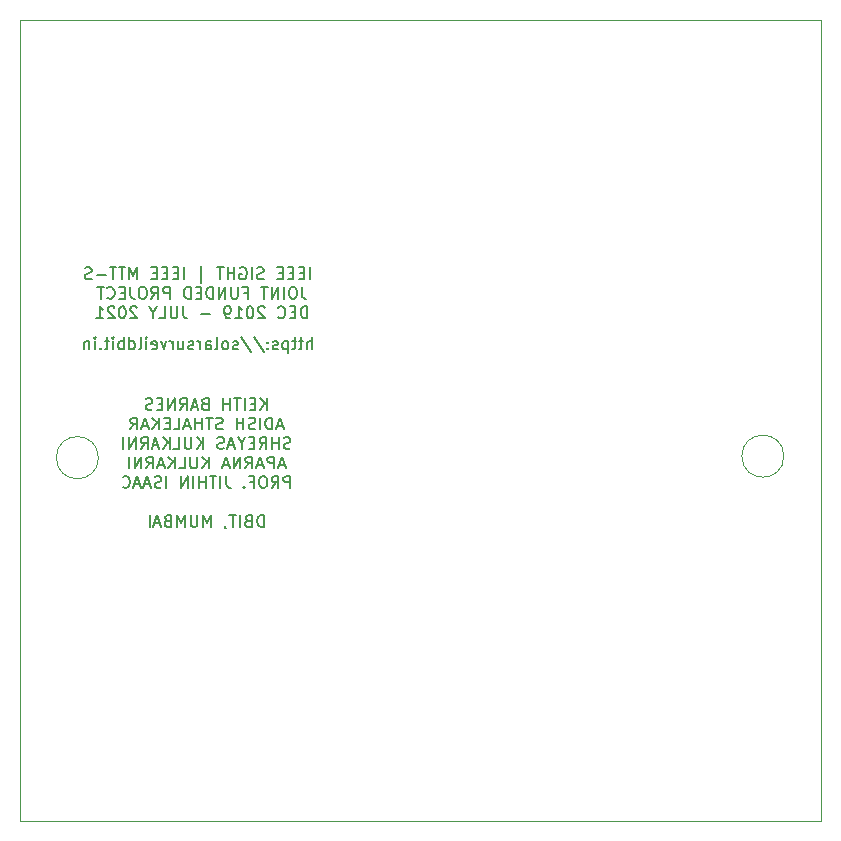
<source format=gbr>
%TF.GenerationSoftware,KiCad,Pcbnew,(5.1.8)-1*%
%TF.CreationDate,2021-07-11T12:48:12+05:30*%
%TF.ProjectId,AC_RMS_ESP32_ATM90E26,41435f52-4d53-45f4-9553-5033325f4154,V2*%
%TF.SameCoordinates,Original*%
%TF.FileFunction,Legend,Bot*%
%TF.FilePolarity,Positive*%
%FSLAX46Y46*%
G04 Gerber Fmt 4.6, Leading zero omitted, Abs format (unit mm)*
G04 Created by KiCad (PCBNEW (5.1.8)-1) date 2021-07-11 12:48:12*
%MOMM*%
%LPD*%
G01*
G04 APERTURE LIST*
%ADD10C,0.150000*%
%TA.AperFunction,Profile*%
%ADD11C,0.050000*%
%TD*%
%ADD12O,1.700000X1.700000*%
%ADD13R,1.700000X1.700000*%
%ADD14C,0.550000*%
%ADD15O,1.500000X2.000000*%
%ADD16C,2.000000*%
%ADD17C,1.500000*%
G04 APERTURE END LIST*
D10*
X90869447Y-99078500D02*
X90869447Y-98078500D01*
X90298019Y-99078500D02*
X90726590Y-98507072D01*
X90298019Y-98078500D02*
X90869447Y-98649929D01*
X89869447Y-98554691D02*
X89536114Y-98554691D01*
X89393257Y-99078500D02*
X89869447Y-99078500D01*
X89869447Y-98078500D01*
X89393257Y-98078500D01*
X88964685Y-99078500D02*
X88964685Y-98078500D01*
X88631352Y-98078500D02*
X88059923Y-98078500D01*
X88345638Y-99078500D02*
X88345638Y-98078500D01*
X87726590Y-99078500D02*
X87726590Y-98078500D01*
X87726590Y-98554691D02*
X87155161Y-98554691D01*
X87155161Y-99078500D02*
X87155161Y-98078500D01*
X85583733Y-98554691D02*
X85440876Y-98602310D01*
X85393257Y-98649929D01*
X85345638Y-98745167D01*
X85345638Y-98888024D01*
X85393257Y-98983262D01*
X85440876Y-99030881D01*
X85536114Y-99078500D01*
X85917066Y-99078500D01*
X85917066Y-98078500D01*
X85583733Y-98078500D01*
X85488495Y-98126120D01*
X85440876Y-98173739D01*
X85393257Y-98268977D01*
X85393257Y-98364215D01*
X85440876Y-98459453D01*
X85488495Y-98507072D01*
X85583733Y-98554691D01*
X85917066Y-98554691D01*
X84964685Y-98792786D02*
X84488495Y-98792786D01*
X85059923Y-99078500D02*
X84726590Y-98078500D01*
X84393257Y-99078500D01*
X83488495Y-99078500D02*
X83821828Y-98602310D01*
X84059923Y-99078500D02*
X84059923Y-98078500D01*
X83678971Y-98078500D01*
X83583733Y-98126120D01*
X83536114Y-98173739D01*
X83488495Y-98268977D01*
X83488495Y-98411834D01*
X83536114Y-98507072D01*
X83583733Y-98554691D01*
X83678971Y-98602310D01*
X84059923Y-98602310D01*
X83059923Y-99078500D02*
X83059923Y-98078500D01*
X82488495Y-99078500D01*
X82488495Y-98078500D01*
X82012304Y-98554691D02*
X81678971Y-98554691D01*
X81536114Y-99078500D02*
X82012304Y-99078500D01*
X82012304Y-98078500D01*
X81536114Y-98078500D01*
X81155161Y-99030881D02*
X81012304Y-99078500D01*
X80774209Y-99078500D01*
X80678971Y-99030881D01*
X80631352Y-98983262D01*
X80583733Y-98888024D01*
X80583733Y-98792786D01*
X80631352Y-98697548D01*
X80678971Y-98649929D01*
X80774209Y-98602310D01*
X80964685Y-98554691D01*
X81059923Y-98507072D01*
X81107542Y-98459453D01*
X81155161Y-98364215D01*
X81155161Y-98268977D01*
X81107542Y-98173739D01*
X81059923Y-98126120D01*
X80964685Y-98078500D01*
X80726590Y-98078500D01*
X80583733Y-98126120D01*
X92202780Y-100442786D02*
X91726590Y-100442786D01*
X92298019Y-100728500D02*
X91964685Y-99728500D01*
X91631352Y-100728500D01*
X91298019Y-100728500D02*
X91298019Y-99728500D01*
X91059923Y-99728500D01*
X90917066Y-99776120D01*
X90821828Y-99871358D01*
X90774209Y-99966596D01*
X90726590Y-100157072D01*
X90726590Y-100299929D01*
X90774209Y-100490405D01*
X90821828Y-100585643D01*
X90917066Y-100680881D01*
X91059923Y-100728500D01*
X91298019Y-100728500D01*
X90298019Y-100728500D02*
X90298019Y-99728500D01*
X89869447Y-100680881D02*
X89726590Y-100728500D01*
X89488495Y-100728500D01*
X89393257Y-100680881D01*
X89345638Y-100633262D01*
X89298019Y-100538024D01*
X89298019Y-100442786D01*
X89345638Y-100347548D01*
X89393257Y-100299929D01*
X89488495Y-100252310D01*
X89678971Y-100204691D01*
X89774209Y-100157072D01*
X89821828Y-100109453D01*
X89869447Y-100014215D01*
X89869447Y-99918977D01*
X89821828Y-99823739D01*
X89774209Y-99776120D01*
X89678971Y-99728500D01*
X89440876Y-99728500D01*
X89298019Y-99776120D01*
X88869447Y-100728500D02*
X88869447Y-99728500D01*
X88869447Y-100204691D02*
X88298019Y-100204691D01*
X88298019Y-100728500D02*
X88298019Y-99728500D01*
X87107542Y-100680881D02*
X86964685Y-100728500D01*
X86726590Y-100728500D01*
X86631352Y-100680881D01*
X86583733Y-100633262D01*
X86536114Y-100538024D01*
X86536114Y-100442786D01*
X86583733Y-100347548D01*
X86631352Y-100299929D01*
X86726590Y-100252310D01*
X86917066Y-100204691D01*
X87012304Y-100157072D01*
X87059923Y-100109453D01*
X87107542Y-100014215D01*
X87107542Y-99918977D01*
X87059923Y-99823739D01*
X87012304Y-99776120D01*
X86917066Y-99728500D01*
X86678971Y-99728500D01*
X86536114Y-99776120D01*
X86250400Y-99728500D02*
X85678971Y-99728500D01*
X85964685Y-100728500D02*
X85964685Y-99728500D01*
X85345638Y-100728500D02*
X85345638Y-99728500D01*
X85345638Y-100204691D02*
X84774209Y-100204691D01*
X84774209Y-100728500D02*
X84774209Y-99728500D01*
X84345638Y-100442786D02*
X83869447Y-100442786D01*
X84440876Y-100728500D02*
X84107542Y-99728500D01*
X83774209Y-100728500D01*
X82964685Y-100728500D02*
X83440876Y-100728500D01*
X83440876Y-99728500D01*
X82631352Y-100204691D02*
X82298019Y-100204691D01*
X82155161Y-100728500D02*
X82631352Y-100728500D01*
X82631352Y-99728500D01*
X82155161Y-99728500D01*
X81726590Y-100728500D02*
X81726590Y-99728500D01*
X81155161Y-100728500D02*
X81583733Y-100157072D01*
X81155161Y-99728500D02*
X81726590Y-100299929D01*
X80774209Y-100442786D02*
X80298019Y-100442786D01*
X80869447Y-100728500D02*
X80536114Y-99728500D01*
X80202780Y-100728500D01*
X79298019Y-100728500D02*
X79631352Y-100252310D01*
X79869447Y-100728500D02*
X79869447Y-99728500D01*
X79488495Y-99728500D01*
X79393257Y-99776120D01*
X79345638Y-99823739D01*
X79298019Y-99918977D01*
X79298019Y-100061834D01*
X79345638Y-100157072D01*
X79393257Y-100204691D01*
X79488495Y-100252310D01*
X79869447Y-100252310D01*
X92845638Y-102330881D02*
X92702780Y-102378500D01*
X92464685Y-102378500D01*
X92369447Y-102330881D01*
X92321828Y-102283262D01*
X92274209Y-102188024D01*
X92274209Y-102092786D01*
X92321828Y-101997548D01*
X92369447Y-101949929D01*
X92464685Y-101902310D01*
X92655161Y-101854691D01*
X92750400Y-101807072D01*
X92798019Y-101759453D01*
X92845638Y-101664215D01*
X92845638Y-101568977D01*
X92798019Y-101473739D01*
X92750400Y-101426120D01*
X92655161Y-101378500D01*
X92417066Y-101378500D01*
X92274209Y-101426120D01*
X91845638Y-102378500D02*
X91845638Y-101378500D01*
X91845638Y-101854691D02*
X91274209Y-101854691D01*
X91274209Y-102378500D02*
X91274209Y-101378500D01*
X90226590Y-102378500D02*
X90559923Y-101902310D01*
X90798019Y-102378500D02*
X90798019Y-101378500D01*
X90417066Y-101378500D01*
X90321828Y-101426120D01*
X90274209Y-101473739D01*
X90226590Y-101568977D01*
X90226590Y-101711834D01*
X90274209Y-101807072D01*
X90321828Y-101854691D01*
X90417066Y-101902310D01*
X90798019Y-101902310D01*
X89798019Y-101854691D02*
X89464685Y-101854691D01*
X89321828Y-102378500D02*
X89798019Y-102378500D01*
X89798019Y-101378500D01*
X89321828Y-101378500D01*
X88702780Y-101902310D02*
X88702780Y-102378500D01*
X89036114Y-101378500D02*
X88702780Y-101902310D01*
X88369447Y-101378500D01*
X88083733Y-102092786D02*
X87607542Y-102092786D01*
X88178971Y-102378500D02*
X87845638Y-101378500D01*
X87512304Y-102378500D01*
X87226590Y-102330881D02*
X87083733Y-102378500D01*
X86845638Y-102378500D01*
X86750400Y-102330881D01*
X86702780Y-102283262D01*
X86655161Y-102188024D01*
X86655161Y-102092786D01*
X86702780Y-101997548D01*
X86750400Y-101949929D01*
X86845638Y-101902310D01*
X87036114Y-101854691D01*
X87131352Y-101807072D01*
X87178971Y-101759453D01*
X87226590Y-101664215D01*
X87226590Y-101568977D01*
X87178971Y-101473739D01*
X87131352Y-101426120D01*
X87036114Y-101378500D01*
X86798019Y-101378500D01*
X86655161Y-101426120D01*
X85464685Y-102378500D02*
X85464685Y-101378500D01*
X84893257Y-102378500D02*
X85321828Y-101807072D01*
X84893257Y-101378500D02*
X85464685Y-101949929D01*
X84464685Y-101378500D02*
X84464685Y-102188024D01*
X84417066Y-102283262D01*
X84369447Y-102330881D01*
X84274209Y-102378500D01*
X84083733Y-102378500D01*
X83988495Y-102330881D01*
X83940876Y-102283262D01*
X83893257Y-102188024D01*
X83893257Y-101378500D01*
X82940876Y-102378500D02*
X83417066Y-102378500D01*
X83417066Y-101378500D01*
X82607542Y-102378500D02*
X82607542Y-101378500D01*
X82036114Y-102378500D02*
X82464685Y-101807072D01*
X82036114Y-101378500D02*
X82607542Y-101949929D01*
X81655161Y-102092786D02*
X81178971Y-102092786D01*
X81750400Y-102378500D02*
X81417066Y-101378500D01*
X81083733Y-102378500D01*
X80178971Y-102378500D02*
X80512304Y-101902310D01*
X80750400Y-102378500D02*
X80750400Y-101378500D01*
X80369447Y-101378500D01*
X80274209Y-101426120D01*
X80226590Y-101473739D01*
X80178971Y-101568977D01*
X80178971Y-101711834D01*
X80226590Y-101807072D01*
X80274209Y-101854691D01*
X80369447Y-101902310D01*
X80750400Y-101902310D01*
X79750400Y-102378500D02*
X79750400Y-101378500D01*
X79178971Y-102378500D01*
X79178971Y-101378500D01*
X78702780Y-102378500D02*
X78702780Y-101378500D01*
X92369447Y-103742786D02*
X91893257Y-103742786D01*
X92464685Y-104028500D02*
X92131352Y-103028500D01*
X91798019Y-104028500D01*
X91464685Y-104028500D02*
X91464685Y-103028500D01*
X91083733Y-103028500D01*
X90988495Y-103076120D01*
X90940876Y-103123739D01*
X90893257Y-103218977D01*
X90893257Y-103361834D01*
X90940876Y-103457072D01*
X90988495Y-103504691D01*
X91083733Y-103552310D01*
X91464685Y-103552310D01*
X90512304Y-103742786D02*
X90036114Y-103742786D01*
X90607542Y-104028500D02*
X90274209Y-103028500D01*
X89940876Y-104028500D01*
X89036114Y-104028500D02*
X89369447Y-103552310D01*
X89607542Y-104028500D02*
X89607542Y-103028500D01*
X89226590Y-103028500D01*
X89131352Y-103076120D01*
X89083733Y-103123739D01*
X89036114Y-103218977D01*
X89036114Y-103361834D01*
X89083733Y-103457072D01*
X89131352Y-103504691D01*
X89226590Y-103552310D01*
X89607542Y-103552310D01*
X88607542Y-104028500D02*
X88607542Y-103028500D01*
X88036114Y-104028500D01*
X88036114Y-103028500D01*
X87607542Y-103742786D02*
X87131352Y-103742786D01*
X87702780Y-104028500D02*
X87369447Y-103028500D01*
X87036114Y-104028500D01*
X85940876Y-104028500D02*
X85940876Y-103028500D01*
X85369447Y-104028500D02*
X85798019Y-103457072D01*
X85369447Y-103028500D02*
X85940876Y-103599929D01*
X84940876Y-103028500D02*
X84940876Y-103838024D01*
X84893257Y-103933262D01*
X84845638Y-103980881D01*
X84750400Y-104028500D01*
X84559923Y-104028500D01*
X84464685Y-103980881D01*
X84417066Y-103933262D01*
X84369447Y-103838024D01*
X84369447Y-103028500D01*
X83417066Y-104028500D02*
X83893257Y-104028500D01*
X83893257Y-103028500D01*
X83083733Y-104028500D02*
X83083733Y-103028500D01*
X82512304Y-104028500D02*
X82940876Y-103457072D01*
X82512304Y-103028500D02*
X83083733Y-103599929D01*
X82131352Y-103742786D02*
X81655161Y-103742786D01*
X82226590Y-104028500D02*
X81893257Y-103028500D01*
X81559923Y-104028500D01*
X80655161Y-104028500D02*
X80988495Y-103552310D01*
X81226590Y-104028500D02*
X81226590Y-103028500D01*
X80845638Y-103028500D01*
X80750400Y-103076120D01*
X80702780Y-103123739D01*
X80655161Y-103218977D01*
X80655161Y-103361834D01*
X80702780Y-103457072D01*
X80750400Y-103504691D01*
X80845638Y-103552310D01*
X81226590Y-103552310D01*
X80226590Y-104028500D02*
X80226590Y-103028500D01*
X79655161Y-104028500D01*
X79655161Y-103028500D01*
X79178971Y-104028500D02*
X79178971Y-103028500D01*
X92821828Y-105678500D02*
X92821828Y-104678500D01*
X92440876Y-104678500D01*
X92345638Y-104726120D01*
X92298019Y-104773739D01*
X92250400Y-104868977D01*
X92250400Y-105011834D01*
X92298019Y-105107072D01*
X92345638Y-105154691D01*
X92440876Y-105202310D01*
X92821828Y-105202310D01*
X91250400Y-105678500D02*
X91583733Y-105202310D01*
X91821828Y-105678500D02*
X91821828Y-104678500D01*
X91440876Y-104678500D01*
X91345638Y-104726120D01*
X91298019Y-104773739D01*
X91250400Y-104868977D01*
X91250400Y-105011834D01*
X91298019Y-105107072D01*
X91345638Y-105154691D01*
X91440876Y-105202310D01*
X91821828Y-105202310D01*
X90631352Y-104678500D02*
X90440876Y-104678500D01*
X90345638Y-104726120D01*
X90250400Y-104821358D01*
X90202780Y-105011834D01*
X90202780Y-105345167D01*
X90250400Y-105535643D01*
X90345638Y-105630881D01*
X90440876Y-105678500D01*
X90631352Y-105678500D01*
X90726590Y-105630881D01*
X90821828Y-105535643D01*
X90869447Y-105345167D01*
X90869447Y-105011834D01*
X90821828Y-104821358D01*
X90726590Y-104726120D01*
X90631352Y-104678500D01*
X89440876Y-105154691D02*
X89774209Y-105154691D01*
X89774209Y-105678500D02*
X89774209Y-104678500D01*
X89298019Y-104678500D01*
X88917066Y-105583262D02*
X88869447Y-105630881D01*
X88917066Y-105678500D01*
X88964685Y-105630881D01*
X88917066Y-105583262D01*
X88917066Y-105678500D01*
X87393257Y-104678500D02*
X87393257Y-105392786D01*
X87440876Y-105535643D01*
X87536114Y-105630881D01*
X87678971Y-105678500D01*
X87774209Y-105678500D01*
X86917066Y-105678500D02*
X86917066Y-104678500D01*
X86583733Y-104678500D02*
X86012304Y-104678500D01*
X86298019Y-105678500D02*
X86298019Y-104678500D01*
X85678971Y-105678500D02*
X85678971Y-104678500D01*
X85678971Y-105154691D02*
X85107542Y-105154691D01*
X85107542Y-105678500D02*
X85107542Y-104678500D01*
X84631352Y-105678500D02*
X84631352Y-104678500D01*
X84155161Y-105678500D02*
X84155161Y-104678500D01*
X83583733Y-105678500D01*
X83583733Y-104678500D01*
X82345638Y-105678500D02*
X82345638Y-104678500D01*
X81917066Y-105630881D02*
X81774209Y-105678500D01*
X81536114Y-105678500D01*
X81440876Y-105630881D01*
X81393257Y-105583262D01*
X81345638Y-105488024D01*
X81345638Y-105392786D01*
X81393257Y-105297548D01*
X81440876Y-105249929D01*
X81536114Y-105202310D01*
X81726590Y-105154691D01*
X81821828Y-105107072D01*
X81869447Y-105059453D01*
X81917066Y-104964215D01*
X81917066Y-104868977D01*
X81869447Y-104773739D01*
X81821828Y-104726120D01*
X81726590Y-104678500D01*
X81488495Y-104678500D01*
X81345638Y-104726120D01*
X80964685Y-105392786D02*
X80488495Y-105392786D01*
X81059923Y-105678500D02*
X80726590Y-104678500D01*
X80393257Y-105678500D01*
X80107542Y-105392786D02*
X79631352Y-105392786D01*
X80202780Y-105678500D02*
X79869447Y-104678500D01*
X79536114Y-105678500D01*
X78631352Y-105583262D02*
X78678971Y-105630881D01*
X78821828Y-105678500D01*
X78917066Y-105678500D01*
X79059923Y-105630881D01*
X79155161Y-105535643D01*
X79202780Y-105440405D01*
X79250400Y-105249929D01*
X79250400Y-105107072D01*
X79202780Y-104916596D01*
X79155161Y-104821358D01*
X79059923Y-104726120D01*
X78917066Y-104678500D01*
X78821828Y-104678500D01*
X78678971Y-104726120D01*
X78631352Y-104773739D01*
X90583733Y-108978500D02*
X90583733Y-107978500D01*
X90345638Y-107978500D01*
X90202780Y-108026120D01*
X90107542Y-108121358D01*
X90059923Y-108216596D01*
X90012304Y-108407072D01*
X90012304Y-108549929D01*
X90059923Y-108740405D01*
X90107542Y-108835643D01*
X90202780Y-108930881D01*
X90345638Y-108978500D01*
X90583733Y-108978500D01*
X89250400Y-108454691D02*
X89107542Y-108502310D01*
X89059923Y-108549929D01*
X89012304Y-108645167D01*
X89012304Y-108788024D01*
X89059923Y-108883262D01*
X89107542Y-108930881D01*
X89202780Y-108978500D01*
X89583733Y-108978500D01*
X89583733Y-107978500D01*
X89250400Y-107978500D01*
X89155161Y-108026120D01*
X89107542Y-108073739D01*
X89059923Y-108168977D01*
X89059923Y-108264215D01*
X89107542Y-108359453D01*
X89155161Y-108407072D01*
X89250400Y-108454691D01*
X89583733Y-108454691D01*
X88583733Y-108978500D02*
X88583733Y-107978500D01*
X88250400Y-107978500D02*
X87678971Y-107978500D01*
X87964685Y-108978500D02*
X87964685Y-107978500D01*
X87298019Y-108930881D02*
X87298019Y-108978500D01*
X87345638Y-109073739D01*
X87393257Y-109121358D01*
X86107542Y-108978500D02*
X86107542Y-107978500D01*
X85774209Y-108692786D01*
X85440876Y-107978500D01*
X85440876Y-108978500D01*
X84964685Y-107978500D02*
X84964685Y-108788024D01*
X84917066Y-108883262D01*
X84869447Y-108930881D01*
X84774209Y-108978500D01*
X84583733Y-108978500D01*
X84488495Y-108930881D01*
X84440876Y-108883262D01*
X84393257Y-108788024D01*
X84393257Y-107978500D01*
X83917066Y-108978500D02*
X83917066Y-107978500D01*
X83583733Y-108692786D01*
X83250400Y-107978500D01*
X83250400Y-108978500D01*
X82440876Y-108454691D02*
X82298019Y-108502310D01*
X82250400Y-108549929D01*
X82202780Y-108645167D01*
X82202780Y-108788024D01*
X82250400Y-108883262D01*
X82298019Y-108930881D01*
X82393257Y-108978500D01*
X82774209Y-108978500D01*
X82774209Y-107978500D01*
X82440876Y-107978500D01*
X82345638Y-108026120D01*
X82298019Y-108073739D01*
X82250400Y-108168977D01*
X82250400Y-108264215D01*
X82298019Y-108359453D01*
X82345638Y-108407072D01*
X82440876Y-108454691D01*
X82774209Y-108454691D01*
X81821828Y-108692786D02*
X81345638Y-108692786D01*
X81917066Y-108978500D02*
X81583733Y-107978500D01*
X81250400Y-108978500D01*
X80917066Y-108978500D02*
X80917066Y-107978500D01*
X94682057Y-93949780D02*
X94682057Y-92949780D01*
X94253485Y-93949780D02*
X94253485Y-93425971D01*
X94301104Y-93330733D01*
X94396342Y-93283114D01*
X94539200Y-93283114D01*
X94634438Y-93330733D01*
X94682057Y-93378352D01*
X93920152Y-93283114D02*
X93539200Y-93283114D01*
X93777295Y-92949780D02*
X93777295Y-93806923D01*
X93729676Y-93902161D01*
X93634438Y-93949780D01*
X93539200Y-93949780D01*
X93348723Y-93283114D02*
X92967771Y-93283114D01*
X93205866Y-92949780D02*
X93205866Y-93806923D01*
X93158247Y-93902161D01*
X93063009Y-93949780D01*
X92967771Y-93949780D01*
X92634438Y-93283114D02*
X92634438Y-94283114D01*
X92634438Y-93330733D02*
X92539200Y-93283114D01*
X92348723Y-93283114D01*
X92253485Y-93330733D01*
X92205866Y-93378352D01*
X92158247Y-93473590D01*
X92158247Y-93759304D01*
X92205866Y-93854542D01*
X92253485Y-93902161D01*
X92348723Y-93949780D01*
X92539200Y-93949780D01*
X92634438Y-93902161D01*
X91777295Y-93902161D02*
X91682057Y-93949780D01*
X91491580Y-93949780D01*
X91396342Y-93902161D01*
X91348723Y-93806923D01*
X91348723Y-93759304D01*
X91396342Y-93664066D01*
X91491580Y-93616447D01*
X91634438Y-93616447D01*
X91729676Y-93568828D01*
X91777295Y-93473590D01*
X91777295Y-93425971D01*
X91729676Y-93330733D01*
X91634438Y-93283114D01*
X91491580Y-93283114D01*
X91396342Y-93330733D01*
X90920152Y-93854542D02*
X90872533Y-93902161D01*
X90920152Y-93949780D01*
X90967771Y-93902161D01*
X90920152Y-93854542D01*
X90920152Y-93949780D01*
X90920152Y-93330733D02*
X90872533Y-93378352D01*
X90920152Y-93425971D01*
X90967771Y-93378352D01*
X90920152Y-93330733D01*
X90920152Y-93425971D01*
X89729676Y-92902161D02*
X90586819Y-94187876D01*
X88682057Y-92902161D02*
X89539200Y-94187876D01*
X88396342Y-93902161D02*
X88301104Y-93949780D01*
X88110628Y-93949780D01*
X88015390Y-93902161D01*
X87967771Y-93806923D01*
X87967771Y-93759304D01*
X88015390Y-93664066D01*
X88110628Y-93616447D01*
X88253485Y-93616447D01*
X88348723Y-93568828D01*
X88396342Y-93473590D01*
X88396342Y-93425971D01*
X88348723Y-93330733D01*
X88253485Y-93283114D01*
X88110628Y-93283114D01*
X88015390Y-93330733D01*
X87396342Y-93949780D02*
X87491580Y-93902161D01*
X87539200Y-93854542D01*
X87586819Y-93759304D01*
X87586819Y-93473590D01*
X87539200Y-93378352D01*
X87491580Y-93330733D01*
X87396342Y-93283114D01*
X87253485Y-93283114D01*
X87158247Y-93330733D01*
X87110628Y-93378352D01*
X87063009Y-93473590D01*
X87063009Y-93759304D01*
X87110628Y-93854542D01*
X87158247Y-93902161D01*
X87253485Y-93949780D01*
X87396342Y-93949780D01*
X86491580Y-93949780D02*
X86586819Y-93902161D01*
X86634438Y-93806923D01*
X86634438Y-92949780D01*
X85682057Y-93949780D02*
X85682057Y-93425971D01*
X85729676Y-93330733D01*
X85824914Y-93283114D01*
X86015390Y-93283114D01*
X86110628Y-93330733D01*
X85682057Y-93902161D02*
X85777295Y-93949780D01*
X86015390Y-93949780D01*
X86110628Y-93902161D01*
X86158247Y-93806923D01*
X86158247Y-93711685D01*
X86110628Y-93616447D01*
X86015390Y-93568828D01*
X85777295Y-93568828D01*
X85682057Y-93521209D01*
X85205866Y-93949780D02*
X85205866Y-93283114D01*
X85205866Y-93473590D02*
X85158247Y-93378352D01*
X85110628Y-93330733D01*
X85015390Y-93283114D01*
X84920152Y-93283114D01*
X84634438Y-93902161D02*
X84539200Y-93949780D01*
X84348723Y-93949780D01*
X84253485Y-93902161D01*
X84205866Y-93806923D01*
X84205866Y-93759304D01*
X84253485Y-93664066D01*
X84348723Y-93616447D01*
X84491580Y-93616447D01*
X84586819Y-93568828D01*
X84634438Y-93473590D01*
X84634438Y-93425971D01*
X84586819Y-93330733D01*
X84491580Y-93283114D01*
X84348723Y-93283114D01*
X84253485Y-93330733D01*
X83348723Y-93283114D02*
X83348723Y-93949780D01*
X83777295Y-93283114D02*
X83777295Y-93806923D01*
X83729676Y-93902161D01*
X83634438Y-93949780D01*
X83491580Y-93949780D01*
X83396342Y-93902161D01*
X83348723Y-93854542D01*
X82872533Y-93949780D02*
X82872533Y-93283114D01*
X82872533Y-93473590D02*
X82824914Y-93378352D01*
X82777295Y-93330733D01*
X82682057Y-93283114D01*
X82586819Y-93283114D01*
X82348723Y-93283114D02*
X82110628Y-93949780D01*
X81872533Y-93283114D01*
X81110628Y-93902161D02*
X81205866Y-93949780D01*
X81396342Y-93949780D01*
X81491580Y-93902161D01*
X81539200Y-93806923D01*
X81539200Y-93425971D01*
X81491580Y-93330733D01*
X81396342Y-93283114D01*
X81205866Y-93283114D01*
X81110628Y-93330733D01*
X81063009Y-93425971D01*
X81063009Y-93521209D01*
X81539200Y-93616447D01*
X80634438Y-93949780D02*
X80634438Y-93283114D01*
X80634438Y-92949780D02*
X80682057Y-92997400D01*
X80634438Y-93045019D01*
X80586819Y-92997400D01*
X80634438Y-92949780D01*
X80634438Y-93045019D01*
X80015390Y-93949780D02*
X80110628Y-93902161D01*
X80158247Y-93806923D01*
X80158247Y-92949780D01*
X79205866Y-93949780D02*
X79205866Y-92949780D01*
X79205866Y-93902161D02*
X79301104Y-93949780D01*
X79491580Y-93949780D01*
X79586819Y-93902161D01*
X79634438Y-93854542D01*
X79682057Y-93759304D01*
X79682057Y-93473590D01*
X79634438Y-93378352D01*
X79586819Y-93330733D01*
X79491580Y-93283114D01*
X79301104Y-93283114D01*
X79205866Y-93330733D01*
X78729676Y-93949780D02*
X78729676Y-92949780D01*
X78729676Y-93330733D02*
X78634438Y-93283114D01*
X78443961Y-93283114D01*
X78348723Y-93330733D01*
X78301104Y-93378352D01*
X78253485Y-93473590D01*
X78253485Y-93759304D01*
X78301104Y-93854542D01*
X78348723Y-93902161D01*
X78443961Y-93949780D01*
X78634438Y-93949780D01*
X78729676Y-93902161D01*
X77824914Y-93949780D02*
X77824914Y-93283114D01*
X77824914Y-92949780D02*
X77872533Y-92997400D01*
X77824914Y-93045019D01*
X77777295Y-92997400D01*
X77824914Y-92949780D01*
X77824914Y-93045019D01*
X77491580Y-93283114D02*
X77110628Y-93283114D01*
X77348723Y-92949780D02*
X77348723Y-93806923D01*
X77301104Y-93902161D01*
X77205866Y-93949780D01*
X77110628Y-93949780D01*
X76777295Y-93854542D02*
X76729676Y-93902161D01*
X76777295Y-93949780D01*
X76824914Y-93902161D01*
X76777295Y-93854542D01*
X76777295Y-93949780D01*
X76301104Y-93949780D02*
X76301104Y-93283114D01*
X76301104Y-92949780D02*
X76348723Y-92997400D01*
X76301104Y-93045019D01*
X76253485Y-92997400D01*
X76301104Y-92949780D01*
X76301104Y-93045019D01*
X75824914Y-93283114D02*
X75824914Y-93949780D01*
X75824914Y-93378352D02*
X75777295Y-93330733D01*
X75682057Y-93283114D01*
X75539200Y-93283114D01*
X75443961Y-93330733D01*
X75396342Y-93425971D01*
X75396342Y-93949780D01*
X94483367Y-88017340D02*
X94483367Y-87017340D01*
X94007177Y-87493531D02*
X93673843Y-87493531D01*
X93530986Y-88017340D02*
X94007177Y-88017340D01*
X94007177Y-87017340D01*
X93530986Y-87017340D01*
X93102415Y-87493531D02*
X92769081Y-87493531D01*
X92626224Y-88017340D02*
X93102415Y-88017340D01*
X93102415Y-87017340D01*
X92626224Y-87017340D01*
X92197653Y-87493531D02*
X91864320Y-87493531D01*
X91721462Y-88017340D02*
X92197653Y-88017340D01*
X92197653Y-87017340D01*
X91721462Y-87017340D01*
X90578605Y-87969721D02*
X90435748Y-88017340D01*
X90197653Y-88017340D01*
X90102415Y-87969721D01*
X90054796Y-87922102D01*
X90007177Y-87826864D01*
X90007177Y-87731626D01*
X90054796Y-87636388D01*
X90102415Y-87588769D01*
X90197653Y-87541150D01*
X90388129Y-87493531D01*
X90483367Y-87445912D01*
X90530986Y-87398293D01*
X90578605Y-87303055D01*
X90578605Y-87207817D01*
X90530986Y-87112579D01*
X90483367Y-87064960D01*
X90388129Y-87017340D01*
X90150034Y-87017340D01*
X90007177Y-87064960D01*
X89578605Y-88017340D02*
X89578605Y-87017340D01*
X88578605Y-87064960D02*
X88673843Y-87017340D01*
X88816700Y-87017340D01*
X88959558Y-87064960D01*
X89054796Y-87160198D01*
X89102415Y-87255436D01*
X89150034Y-87445912D01*
X89150034Y-87588769D01*
X89102415Y-87779245D01*
X89054796Y-87874483D01*
X88959558Y-87969721D01*
X88816700Y-88017340D01*
X88721462Y-88017340D01*
X88578605Y-87969721D01*
X88530986Y-87922102D01*
X88530986Y-87588769D01*
X88721462Y-87588769D01*
X88102415Y-88017340D02*
X88102415Y-87017340D01*
X88102415Y-87493531D02*
X87530986Y-87493531D01*
X87530986Y-88017340D02*
X87530986Y-87017340D01*
X87197653Y-87017340D02*
X86626224Y-87017340D01*
X86911939Y-88017340D02*
X86911939Y-87017340D01*
X85292891Y-88350674D02*
X85292891Y-86922102D01*
X83816700Y-88017340D02*
X83816700Y-87017340D01*
X83340510Y-87493531D02*
X83007177Y-87493531D01*
X82864320Y-88017340D02*
X83340510Y-88017340D01*
X83340510Y-87017340D01*
X82864320Y-87017340D01*
X82435748Y-87493531D02*
X82102415Y-87493531D01*
X81959558Y-88017340D02*
X82435748Y-88017340D01*
X82435748Y-87017340D01*
X81959558Y-87017340D01*
X81530986Y-87493531D02*
X81197653Y-87493531D01*
X81054796Y-88017340D02*
X81530986Y-88017340D01*
X81530986Y-87017340D01*
X81054796Y-87017340D01*
X79864320Y-88017340D02*
X79864320Y-87017340D01*
X79530986Y-87731626D01*
X79197653Y-87017340D01*
X79197653Y-88017340D01*
X78864320Y-87017340D02*
X78292891Y-87017340D01*
X78578605Y-88017340D02*
X78578605Y-87017340D01*
X78102415Y-87017340D02*
X77530986Y-87017340D01*
X77816700Y-88017340D02*
X77816700Y-87017340D01*
X77197653Y-87636388D02*
X76435748Y-87636388D01*
X76007177Y-87969721D02*
X75864320Y-88017340D01*
X75626224Y-88017340D01*
X75530986Y-87969721D01*
X75483367Y-87922102D01*
X75435748Y-87826864D01*
X75435748Y-87731626D01*
X75483367Y-87636388D01*
X75530986Y-87588769D01*
X75626224Y-87541150D01*
X75816700Y-87493531D01*
X75911939Y-87445912D01*
X75959558Y-87398293D01*
X76007177Y-87303055D01*
X76007177Y-87207817D01*
X75959558Y-87112579D01*
X75911939Y-87064960D01*
X75816700Y-87017340D01*
X75578605Y-87017340D01*
X75435748Y-87064960D01*
X93816700Y-88667340D02*
X93816700Y-89381626D01*
X93864320Y-89524483D01*
X93959558Y-89619721D01*
X94102415Y-89667340D01*
X94197653Y-89667340D01*
X93150034Y-88667340D02*
X92959558Y-88667340D01*
X92864320Y-88714960D01*
X92769081Y-88810198D01*
X92721462Y-89000674D01*
X92721462Y-89334007D01*
X92769081Y-89524483D01*
X92864320Y-89619721D01*
X92959558Y-89667340D01*
X93150034Y-89667340D01*
X93245272Y-89619721D01*
X93340510Y-89524483D01*
X93388129Y-89334007D01*
X93388129Y-89000674D01*
X93340510Y-88810198D01*
X93245272Y-88714960D01*
X93150034Y-88667340D01*
X92292891Y-89667340D02*
X92292891Y-88667340D01*
X91816700Y-89667340D02*
X91816700Y-88667340D01*
X91245272Y-89667340D01*
X91245272Y-88667340D01*
X90911939Y-88667340D02*
X90340510Y-88667340D01*
X90626224Y-89667340D02*
X90626224Y-88667340D01*
X88911939Y-89143531D02*
X89245272Y-89143531D01*
X89245272Y-89667340D02*
X89245272Y-88667340D01*
X88769081Y-88667340D01*
X88388129Y-88667340D02*
X88388129Y-89476864D01*
X88340510Y-89572102D01*
X88292891Y-89619721D01*
X88197653Y-89667340D01*
X88007177Y-89667340D01*
X87911939Y-89619721D01*
X87864320Y-89572102D01*
X87816700Y-89476864D01*
X87816700Y-88667340D01*
X87340510Y-89667340D02*
X87340510Y-88667340D01*
X86769081Y-89667340D01*
X86769081Y-88667340D01*
X86292891Y-89667340D02*
X86292891Y-88667340D01*
X86054796Y-88667340D01*
X85911939Y-88714960D01*
X85816700Y-88810198D01*
X85769081Y-88905436D01*
X85721462Y-89095912D01*
X85721462Y-89238769D01*
X85769081Y-89429245D01*
X85816700Y-89524483D01*
X85911939Y-89619721D01*
X86054796Y-89667340D01*
X86292891Y-89667340D01*
X85292891Y-89143531D02*
X84959558Y-89143531D01*
X84816700Y-89667340D02*
X85292891Y-89667340D01*
X85292891Y-88667340D01*
X84816700Y-88667340D01*
X84388129Y-89667340D02*
X84388129Y-88667340D01*
X84150034Y-88667340D01*
X84007177Y-88714960D01*
X83911939Y-88810198D01*
X83864320Y-88905436D01*
X83816700Y-89095912D01*
X83816700Y-89238769D01*
X83864320Y-89429245D01*
X83911939Y-89524483D01*
X84007177Y-89619721D01*
X84150034Y-89667340D01*
X84388129Y-89667340D01*
X82626224Y-89667340D02*
X82626224Y-88667340D01*
X82245272Y-88667340D01*
X82150034Y-88714960D01*
X82102415Y-88762579D01*
X82054796Y-88857817D01*
X82054796Y-89000674D01*
X82102415Y-89095912D01*
X82150034Y-89143531D01*
X82245272Y-89191150D01*
X82626224Y-89191150D01*
X81054796Y-89667340D02*
X81388129Y-89191150D01*
X81626224Y-89667340D02*
X81626224Y-88667340D01*
X81245272Y-88667340D01*
X81150034Y-88714960D01*
X81102415Y-88762579D01*
X81054796Y-88857817D01*
X81054796Y-89000674D01*
X81102415Y-89095912D01*
X81150034Y-89143531D01*
X81245272Y-89191150D01*
X81626224Y-89191150D01*
X80435748Y-88667340D02*
X80245272Y-88667340D01*
X80150034Y-88714960D01*
X80054796Y-88810198D01*
X80007177Y-89000674D01*
X80007177Y-89334007D01*
X80054796Y-89524483D01*
X80150034Y-89619721D01*
X80245272Y-89667340D01*
X80435748Y-89667340D01*
X80530986Y-89619721D01*
X80626224Y-89524483D01*
X80673843Y-89334007D01*
X80673843Y-89000674D01*
X80626224Y-88810198D01*
X80530986Y-88714960D01*
X80435748Y-88667340D01*
X79292891Y-88667340D02*
X79292891Y-89381626D01*
X79340510Y-89524483D01*
X79435748Y-89619721D01*
X79578605Y-89667340D01*
X79673843Y-89667340D01*
X78816700Y-89143531D02*
X78483367Y-89143531D01*
X78340510Y-89667340D02*
X78816700Y-89667340D01*
X78816700Y-88667340D01*
X78340510Y-88667340D01*
X77340510Y-89572102D02*
X77388129Y-89619721D01*
X77530986Y-89667340D01*
X77626224Y-89667340D01*
X77769081Y-89619721D01*
X77864320Y-89524483D01*
X77911939Y-89429245D01*
X77959558Y-89238769D01*
X77959558Y-89095912D01*
X77911939Y-88905436D01*
X77864320Y-88810198D01*
X77769081Y-88714960D01*
X77626224Y-88667340D01*
X77530986Y-88667340D01*
X77388129Y-88714960D01*
X77340510Y-88762579D01*
X77054796Y-88667340D02*
X76483367Y-88667340D01*
X76769081Y-89667340D02*
X76769081Y-88667340D01*
X94269081Y-91317340D02*
X94269081Y-90317340D01*
X94030986Y-90317340D01*
X93888129Y-90364960D01*
X93792891Y-90460198D01*
X93745272Y-90555436D01*
X93697653Y-90745912D01*
X93697653Y-90888769D01*
X93745272Y-91079245D01*
X93792891Y-91174483D01*
X93888129Y-91269721D01*
X94030986Y-91317340D01*
X94269081Y-91317340D01*
X93269081Y-90793531D02*
X92935748Y-90793531D01*
X92792891Y-91317340D02*
X93269081Y-91317340D01*
X93269081Y-90317340D01*
X92792891Y-90317340D01*
X91792891Y-91222102D02*
X91840510Y-91269721D01*
X91983367Y-91317340D01*
X92078605Y-91317340D01*
X92221462Y-91269721D01*
X92316700Y-91174483D01*
X92364320Y-91079245D01*
X92411939Y-90888769D01*
X92411939Y-90745912D01*
X92364320Y-90555436D01*
X92316700Y-90460198D01*
X92221462Y-90364960D01*
X92078605Y-90317340D01*
X91983367Y-90317340D01*
X91840510Y-90364960D01*
X91792891Y-90412579D01*
X90650034Y-90412579D02*
X90602415Y-90364960D01*
X90507177Y-90317340D01*
X90269081Y-90317340D01*
X90173843Y-90364960D01*
X90126224Y-90412579D01*
X90078605Y-90507817D01*
X90078605Y-90603055D01*
X90126224Y-90745912D01*
X90697653Y-91317340D01*
X90078605Y-91317340D01*
X89459558Y-90317340D02*
X89364320Y-90317340D01*
X89269081Y-90364960D01*
X89221462Y-90412579D01*
X89173843Y-90507817D01*
X89126224Y-90698293D01*
X89126224Y-90936388D01*
X89173843Y-91126864D01*
X89221462Y-91222102D01*
X89269081Y-91269721D01*
X89364320Y-91317340D01*
X89459558Y-91317340D01*
X89554796Y-91269721D01*
X89602415Y-91222102D01*
X89650034Y-91126864D01*
X89697653Y-90936388D01*
X89697653Y-90698293D01*
X89650034Y-90507817D01*
X89602415Y-90412579D01*
X89554796Y-90364960D01*
X89459558Y-90317340D01*
X88173843Y-91317340D02*
X88745272Y-91317340D01*
X88459558Y-91317340D02*
X88459558Y-90317340D01*
X88554796Y-90460198D01*
X88650034Y-90555436D01*
X88745272Y-90603055D01*
X87697653Y-91317340D02*
X87507177Y-91317340D01*
X87411939Y-91269721D01*
X87364320Y-91222102D01*
X87269081Y-91079245D01*
X87221462Y-90888769D01*
X87221462Y-90507817D01*
X87269081Y-90412579D01*
X87316700Y-90364960D01*
X87411939Y-90317340D01*
X87602415Y-90317340D01*
X87697653Y-90364960D01*
X87745272Y-90412579D01*
X87792891Y-90507817D01*
X87792891Y-90745912D01*
X87745272Y-90841150D01*
X87697653Y-90888769D01*
X87602415Y-90936388D01*
X87411939Y-90936388D01*
X87316700Y-90888769D01*
X87269081Y-90841150D01*
X87221462Y-90745912D01*
X86030986Y-90936388D02*
X85269081Y-90936388D01*
X83745272Y-90317340D02*
X83745272Y-91031626D01*
X83792891Y-91174483D01*
X83888129Y-91269721D01*
X84030986Y-91317340D01*
X84126224Y-91317340D01*
X83269081Y-90317340D02*
X83269081Y-91126864D01*
X83221462Y-91222102D01*
X83173843Y-91269721D01*
X83078605Y-91317340D01*
X82888129Y-91317340D01*
X82792891Y-91269721D01*
X82745272Y-91222102D01*
X82697653Y-91126864D01*
X82697653Y-90317340D01*
X81745272Y-91317340D02*
X82221462Y-91317340D01*
X82221462Y-90317340D01*
X81221462Y-90841150D02*
X81221462Y-91317340D01*
X81554796Y-90317340D02*
X81221462Y-90841150D01*
X80888129Y-90317340D01*
X79840510Y-90412579D02*
X79792891Y-90364960D01*
X79697653Y-90317340D01*
X79459558Y-90317340D01*
X79364320Y-90364960D01*
X79316700Y-90412579D01*
X79269081Y-90507817D01*
X79269081Y-90603055D01*
X79316700Y-90745912D01*
X79888129Y-91317340D01*
X79269081Y-91317340D01*
X78650034Y-90317340D02*
X78554796Y-90317340D01*
X78459558Y-90364960D01*
X78411939Y-90412579D01*
X78364320Y-90507817D01*
X78316700Y-90698293D01*
X78316700Y-90936388D01*
X78364320Y-91126864D01*
X78411939Y-91222102D01*
X78459558Y-91269721D01*
X78554796Y-91317340D01*
X78650034Y-91317340D01*
X78745272Y-91269721D01*
X78792891Y-91222102D01*
X78840510Y-91126864D01*
X78888129Y-90936388D01*
X78888129Y-90698293D01*
X78840510Y-90507817D01*
X78792891Y-90412579D01*
X78745272Y-90364960D01*
X78650034Y-90317340D01*
X77935748Y-90412579D02*
X77888129Y-90364960D01*
X77792891Y-90317340D01*
X77554796Y-90317340D01*
X77459558Y-90364960D01*
X77411939Y-90412579D01*
X77364320Y-90507817D01*
X77364320Y-90603055D01*
X77411939Y-90745912D01*
X77983367Y-91317340D01*
X77364320Y-91317340D01*
X76411939Y-91317340D02*
X76983367Y-91317340D01*
X76697653Y-91317340D02*
X76697653Y-90317340D01*
X76792891Y-90460198D01*
X76888129Y-90555436D01*
X76983367Y-90603055D01*
D11*
X137795000Y-66040000D02*
X137795000Y-133858000D01*
X69977000Y-66040000D02*
X69977000Y-133858000D01*
X134620000Y-102997000D02*
G75*
G03*
X134620000Y-102997000I-1778000J0D01*
G01*
X76585530Y-103124000D02*
G75*
G03*
X76585530Y-103124000I-1782530J0D01*
G01*
X137795000Y-66040000D02*
X122301000Y-66040000D01*
X122301000Y-66040000D02*
X85471000Y-66040000D01*
X85471000Y-66040000D02*
X69977000Y-66040000D01*
X122301000Y-133858000D02*
X137795000Y-133858000D01*
X85471000Y-133858000D02*
X122301000Y-133858000D01*
X69977000Y-133858000D02*
X85471000Y-133858000D01*
%LPC*%
D12*
%TO.C,J11*%
X114066000Y-117866000D03*
D13*
X114066000Y-115326000D03*
%TD*%
D14*
%TO.C,J4*%
X132935000Y-70535000D03*
X132935000Y-74535000D03*
%TD*%
D13*
%TO.C,J3*%
X109911000Y-115326000D03*
D12*
X109911000Y-117866000D03*
%TD*%
D13*
%TO.C,J2*%
X105898000Y-115326000D03*
D12*
X105898000Y-117866000D03*
%TD*%
D13*
%TO.C,J5*%
X97637600Y-117876000D03*
D12*
X97637600Y-115336000D03*
%TD*%
%TO.C,J6*%
X101651000Y-117866000D03*
D13*
X101651000Y-115326000D03*
%TD*%
%TO.C,J10*%
X78994000Y-83693000D03*
D12*
X81534000Y-83693000D03*
%TD*%
%TO.C,J7*%
X112522000Y-82677000D03*
D13*
X109982000Y-82677000D03*
%TD*%
D15*
%TO.C,J8*%
X76983000Y-116205000D03*
D16*
X81383000Y-116205000D03*
%TD*%
D13*
%TO.C,J9*%
X110744000Y-128397000D03*
D12*
X108204000Y-128397000D03*
X105664000Y-128397000D03*
X103124000Y-128397000D03*
X100584000Y-128397000D03*
X98044000Y-128397000D03*
%TD*%
%TO.C,J12*%
X118222000Y-115336000D03*
D13*
X118222000Y-117876000D03*
%TD*%
%TO.C,J13*%
X89344500Y-115326000D03*
D12*
X89344500Y-117866000D03*
%TD*%
D13*
%TO.C,J14*%
X93332300Y-117876000D03*
D12*
X93332300Y-115336000D03*
%TD*%
D17*
%TO.C,J1*%
X133553000Y-113919000D03*
X126553000Y-113919000D03*
%TD*%
M02*

</source>
